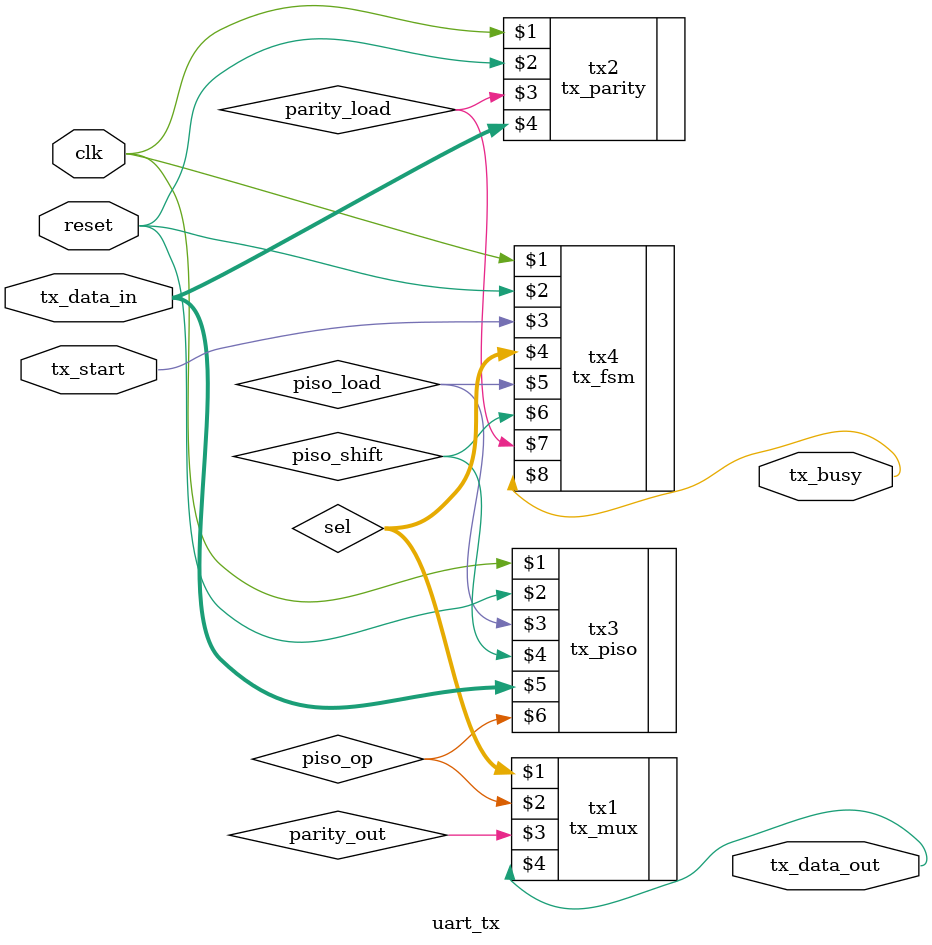
<source format=v>
`timescale 1ns / 1ps


`include "tx_fsm.v"
`include "tx_mux.v"
`include "tx_piso.v"
`include "tx_parity.v"

module uart_tx(
    input clk,
    input reset,
    input tx_start,
    input [7:0] tx_data_in, 
    output tx_data_out,
    output tx_busy );

    wire parity_out;
    wire piso_op;
    wire [1:0] sel;
    wire piso_load;
    wire piso_shift;
    wire parity_load;

    tx_mux tx1 ( sel, piso_op, parity_out, tx_data_out );
    tx_parity tx2 (clk, reset, parity_load, tx_data_in );
    tx_piso tx3 (clk, reset, piso_load, piso_shift, tx_data_in, piso_op );
    tx_fsm tx4 ( clk, reset, tx_start, sel, piso_load, piso_shift, parity_load, tx_busy); 

endmodule

</source>
